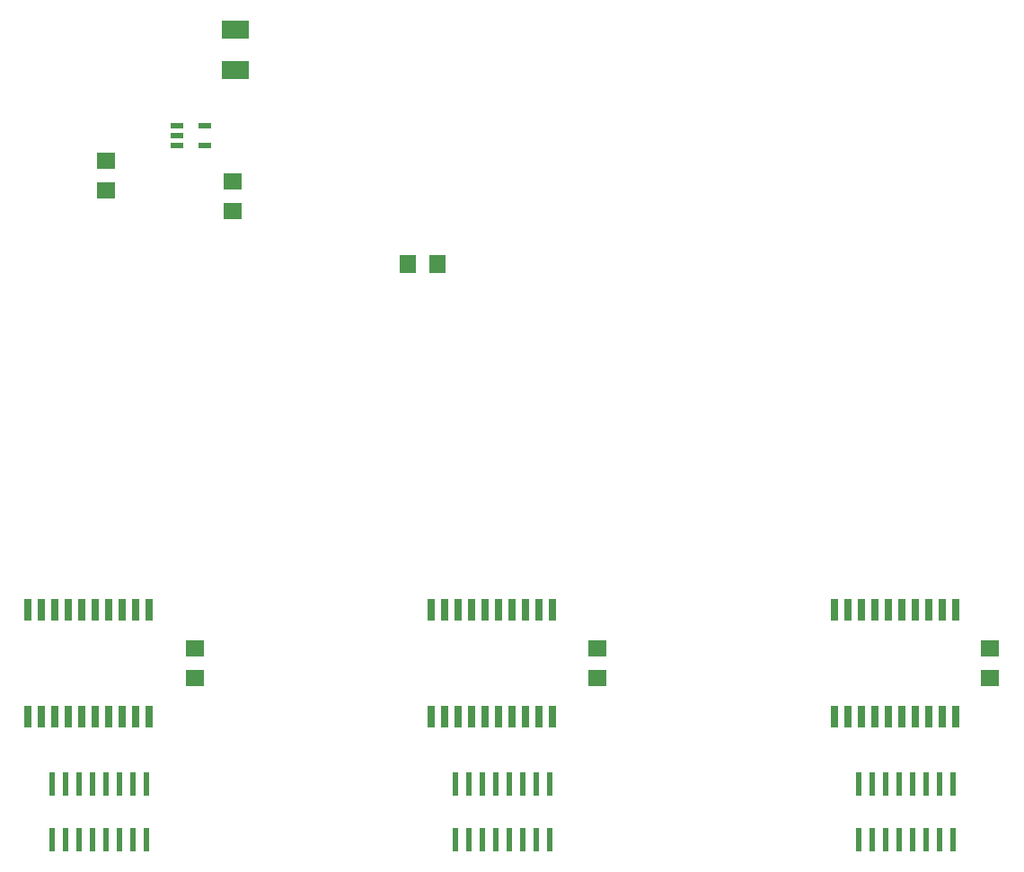
<source format=gtp>
G75*
%MOIN*%
%OFA0B0*%
%FSLAX25Y25*%
%IPPOS*%
%LPD*%
%AMOC8*
5,1,8,0,0,1.08239X$1,22.5*
%
%ADD10R,0.06299X0.07087*%
%ADD11R,0.04724X0.02165*%
%ADD12R,0.07087X0.06299*%
%ADD13R,0.09843X0.06693*%
%ADD14R,0.02600X0.08000*%
%ADD15R,0.02362X0.08661*%
D10*
X0162811Y0287102D03*
X0173835Y0287102D03*
D11*
X0087339Y0330921D03*
X0087339Y0338402D03*
X0077102Y0338402D03*
X0077102Y0334661D03*
X0077102Y0330921D03*
D12*
X0097732Y0317614D03*
X0097732Y0306591D03*
X0050803Y0314465D03*
X0050803Y0325488D03*
X0083677Y0144307D03*
X0083677Y0133283D03*
X0233283Y0133283D03*
X0233283Y0144307D03*
X0378953Y0144307D03*
X0378953Y0133283D03*
D13*
X0098953Y0358992D03*
X0098953Y0373953D03*
D14*
X0066807Y0158595D03*
X0061807Y0158595D03*
X0056807Y0158595D03*
X0051807Y0158595D03*
X0046807Y0158595D03*
X0041807Y0158595D03*
X0036807Y0158595D03*
X0031807Y0158595D03*
X0026807Y0158595D03*
X0021807Y0158595D03*
X0021807Y0118995D03*
X0026807Y0118995D03*
X0031807Y0118995D03*
X0036807Y0118995D03*
X0041807Y0118995D03*
X0046807Y0118995D03*
X0051807Y0118995D03*
X0056807Y0118995D03*
X0061807Y0118995D03*
X0066807Y0118995D03*
X0171413Y0118995D03*
X0176413Y0118995D03*
X0181413Y0118995D03*
X0186413Y0118995D03*
X0191413Y0118995D03*
X0196413Y0118995D03*
X0201413Y0118995D03*
X0206413Y0118995D03*
X0211413Y0118995D03*
X0216413Y0118995D03*
X0216413Y0158595D03*
X0211413Y0158595D03*
X0206413Y0158595D03*
X0201413Y0158595D03*
X0196413Y0158595D03*
X0191413Y0158595D03*
X0186413Y0158595D03*
X0181413Y0158595D03*
X0176413Y0158595D03*
X0171413Y0158595D03*
X0321020Y0158595D03*
X0326020Y0158595D03*
X0331020Y0158595D03*
X0336020Y0158595D03*
X0341020Y0158595D03*
X0346020Y0158595D03*
X0351020Y0158595D03*
X0356020Y0158595D03*
X0361020Y0158595D03*
X0366020Y0158595D03*
X0366020Y0118995D03*
X0361020Y0118995D03*
X0356020Y0118995D03*
X0351020Y0118995D03*
X0346020Y0118995D03*
X0341020Y0118995D03*
X0336020Y0118995D03*
X0331020Y0118995D03*
X0326020Y0118995D03*
X0321020Y0118995D03*
D15*
X0030744Y0073441D03*
X0035744Y0073441D03*
X0040744Y0073441D03*
X0045744Y0073441D03*
X0050744Y0073441D03*
X0055744Y0073441D03*
X0060744Y0073441D03*
X0065744Y0073441D03*
X0065744Y0093913D03*
X0060744Y0093913D03*
X0055744Y0093913D03*
X0050744Y0093913D03*
X0045744Y0093913D03*
X0040744Y0093913D03*
X0035744Y0093913D03*
X0030744Y0093913D03*
X0180350Y0093913D03*
X0185350Y0093913D03*
X0190350Y0093913D03*
X0195350Y0093913D03*
X0200350Y0093913D03*
X0205350Y0093913D03*
X0210350Y0093913D03*
X0215350Y0093913D03*
X0215350Y0073441D03*
X0210350Y0073441D03*
X0205350Y0073441D03*
X0200350Y0073441D03*
X0195350Y0073441D03*
X0190350Y0073441D03*
X0185350Y0073441D03*
X0180350Y0073441D03*
X0329957Y0073441D03*
X0334957Y0073441D03*
X0339957Y0073441D03*
X0344957Y0073441D03*
X0349957Y0073441D03*
X0354957Y0073441D03*
X0359957Y0073441D03*
X0364957Y0073441D03*
X0364957Y0093913D03*
X0359957Y0093913D03*
X0354957Y0093913D03*
X0349957Y0093913D03*
X0344957Y0093913D03*
X0339957Y0093913D03*
X0334957Y0093913D03*
X0329957Y0093913D03*
M02*

</source>
